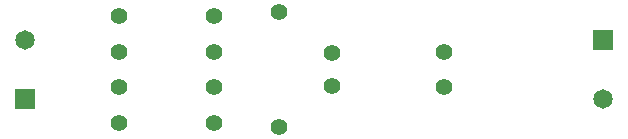
<source format=gts>
G04*
G04 #@! TF.GenerationSoftware,Altium Limited,Altium Designer,24.5.2 (23)*
G04*
G04 Layer_Color=8388736*
%FSLAX44Y44*%
%MOMM*%
G71*
G04*
G04 #@! TF.SameCoordinates,F5A7D25A-99A0-49D6-8A03-8BDFA9006FF5*
G04*
G04*
G04 #@! TF.FilePolarity,Negative*
G04*
G01*
G75*
%ADD13C,1.4032*%
%ADD14C,1.6532*%
%ADD15R,1.6532X1.6532*%
D13*
X410000Y65000D02*
D03*
Y95000D02*
D03*
X270000Y31000D02*
D03*
Y129000D02*
D03*
X315000Y94000D02*
D03*
Y66000D02*
D03*
X135000Y125000D02*
D03*
X215000D02*
D03*
X135000Y95000D02*
D03*
X215000D02*
D03*
Y65000D02*
D03*
X135000D02*
D03*
X215000Y35000D02*
D03*
X135000D02*
D03*
D14*
X55000Y105250D02*
D03*
X545000Y54750D02*
D03*
D15*
X55000Y54750D02*
D03*
X545000Y105250D02*
D03*
M02*

</source>
